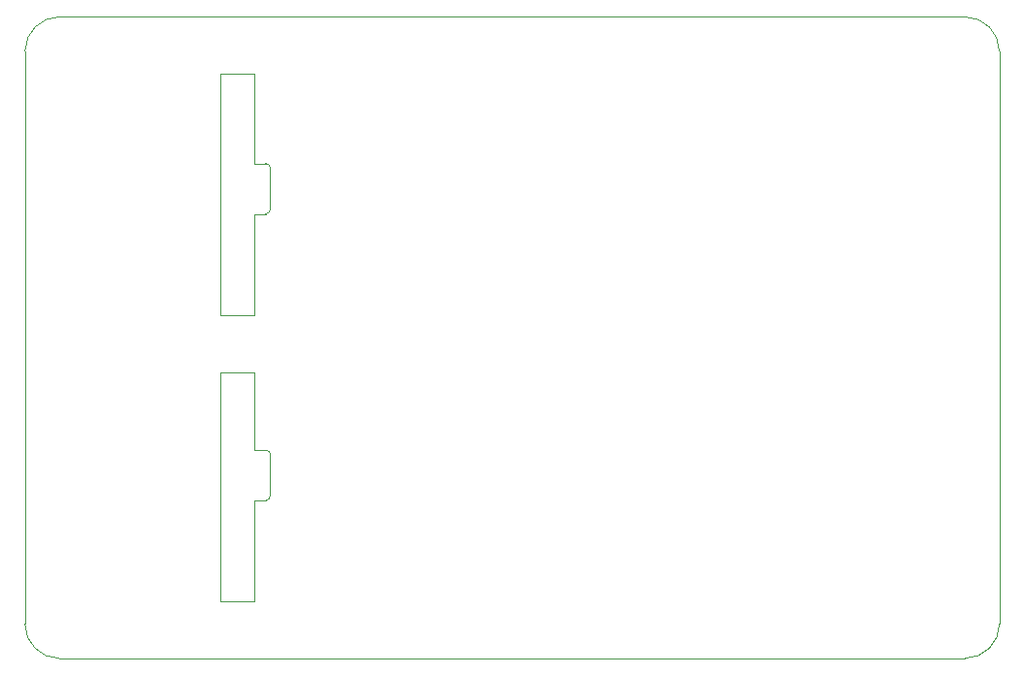
<source format=gm1>
G04 #@! TF.GenerationSoftware,KiCad,Pcbnew,(6.0.5)*
G04 #@! TF.CreationDate,2023-03-19T20:53:10+00:00*
G04 #@! TF.ProjectId,XiaoPiUSBMIDIDevice,5869616f-5069-4555-9342-4d4944494465,rev?*
G04 #@! TF.SameCoordinates,Original*
G04 #@! TF.FileFunction,Profile,NP*
%FSLAX46Y46*%
G04 Gerber Fmt 4.6, Leading zero omitted, Abs format (unit mm)*
G04 Created by KiCad (PCBNEW (6.0.5)) date 2023-03-19 20:53:10*
%MOMM*%
%LPD*%
G01*
G04 APERTURE LIST*
G04 #@! TA.AperFunction,Profile*
%ADD10C,0.100000*%
G04 #@! TD*
G04 #@! TA.AperFunction,Profile*
%ADD11C,0.120000*%
G04 #@! TD*
G04 APERTURE END LIST*
D10*
X265000000Y-97000000D02*
G75*
G03*
X262000000Y-94000000I-3000000J0D01*
G01*
X200000000Y-140500000D02*
X200000000Y-145000000D01*
X197000000Y-125000000D02*
X200000000Y-125000000D01*
X200000000Y-115500000D02*
X200000000Y-120000000D01*
X262000000Y-94000000D02*
X183000000Y-94000000D01*
X197000000Y-125000000D02*
X197000000Y-145000000D01*
X183000000Y-150000000D02*
X262000000Y-150000000D01*
X183000000Y-94000000D02*
G75*
G03*
X180000000Y-97000000I0J-3000000D01*
G01*
X197000000Y-120000000D02*
X200000000Y-120000000D01*
X197000000Y-99000000D02*
X200000000Y-99000000D01*
X180000000Y-147000000D02*
G75*
G03*
X183000000Y-150000000I3000000J0D01*
G01*
X180000000Y-97000000D02*
X180000000Y-147000000D01*
X262000000Y-150000000D02*
G75*
G03*
X265000000Y-147000000I0J3000000D01*
G01*
X265000000Y-147000000D02*
X265000000Y-97000000D01*
X200000000Y-99000000D02*
X200000000Y-102500000D01*
X200000000Y-125000000D02*
X200000000Y-127500000D01*
X197000000Y-145000000D02*
X200000000Y-145000000D01*
X197000000Y-99000000D02*
X197000000Y-120000000D01*
D11*
X201000000Y-136200000D02*
X200000000Y-136200000D01*
X200000000Y-131800000D02*
X200000000Y-127500000D01*
X201400000Y-135800000D02*
X201400000Y-132200000D01*
X201000000Y-131800000D02*
X200000000Y-131800000D01*
X200000000Y-136200000D02*
X200000000Y-140500000D01*
X201000000Y-136200000D02*
G75*
G03*
X201400000Y-135800000I0J400000D01*
G01*
X201400000Y-132200000D02*
G75*
G03*
X201000000Y-131800000I-400002J-2D01*
G01*
X201400000Y-110800000D02*
X201400000Y-107200000D01*
X201000000Y-106800000D02*
X200000000Y-106800000D01*
X201000000Y-111200000D02*
X200000000Y-111200000D01*
X200000000Y-106800000D02*
X200000000Y-102500000D01*
X200000000Y-111200000D02*
X200000000Y-115500000D01*
X201000000Y-111200000D02*
G75*
G03*
X201400000Y-110800000I0J400000D01*
G01*
X201400000Y-107200000D02*
G75*
G03*
X201000000Y-106800000I-400002J-2D01*
G01*
M02*

</source>
